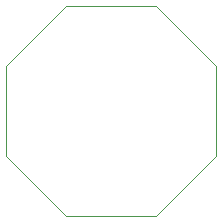
<source format=gm1>
G04 #@! TF.GenerationSoftware,KiCad,Pcbnew,(5.99.0-8018-g9a0f685a75)*
G04 #@! TF.CreationDate,2021-11-19T00:05:58+10:30*
G04 #@! TF.ProjectId,ring_pcb,72696e67-5f70-4636-922e-6b696361645f,rev?*
G04 #@! TF.SameCoordinates,Original*
G04 #@! TF.FileFunction,Profile,NP*
%FSLAX46Y46*%
G04 Gerber Fmt 4.6, Leading zero omitted, Abs format (unit mm)*
G04 Created by KiCad (PCBNEW (5.99.0-8018-g9a0f685a75)) date 2021-11-19 00:05:58*
%MOMM*%
%LPD*%
G01*
G04 APERTURE LIST*
G04 #@! TA.AperFunction,Profile*
%ADD10C,0.100000*%
G04 #@! TD*
G04 APERTURE END LIST*
D10*
X133350000Y-107950000D02*
X140970000Y-107950000D01*
X146050000Y-102870000D02*
X140970000Y-107950000D01*
X128270000Y-102870000D02*
X133350000Y-107950000D01*
X140970000Y-90170000D02*
X146050000Y-95250000D01*
X146050000Y-95250000D02*
X146050000Y-102870000D01*
X128270000Y-95250000D02*
X128270000Y-102870000D01*
X140970000Y-90170000D02*
X133350000Y-90170000D01*
X128270000Y-95250000D02*
X133350000Y-90170000D01*
M02*

</source>
